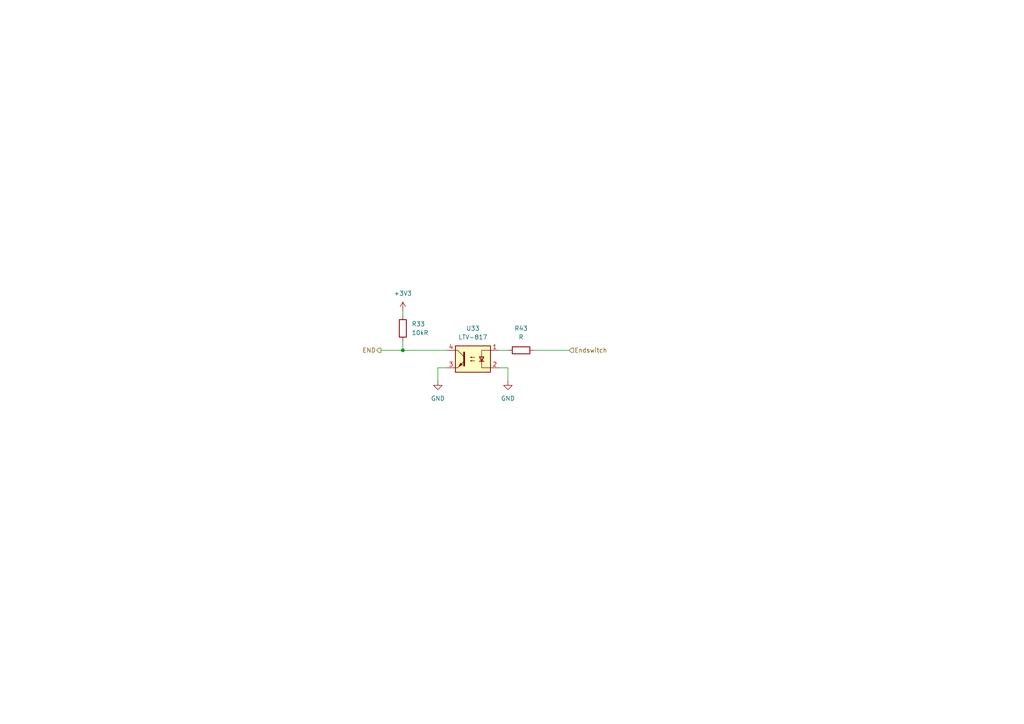
<source format=kicad_sch>
(kicad_sch (version 20250114) (generator "eeschema") (generator_version "9.0")
  (paper "A4")
  (lib_symbols
    (symbol "Device:R" (pin_numbers (hide yes)) (pin_names (offset 0))
      (property "Reference" "R" (at 2.032 0 90))
      (property "Value" "R" (at 0 0 90))
      (symbol "R_0_1"
        (rectangle (start -1.016 -2.54) (end 1.016 2.54) (stroke (width 0.254)))
      )
      (symbol "R_1_1"
        (pin passive line (at 0 3.81 270) (length 1.27) (name "~") (number "1"))
        (pin passive line (at 0 -3.81 90) (length 1.27) (name "~") (number "2"))
      )
    )
    (symbol "Isolator:LTV-817" (pin_names (offset 1.016))
      (property "Reference" "U" (at -5.08 5.08 0))
      (property "Value" "LTV-817" (at 0 5.08 0))
      (symbol "LTV-817_0_1"
        (rectangle (start -5.08 3.81) (end 5.08 -3.81) (stroke (width 0.254)) (fill (type background)))
        (polyline (pts (xy -5.08 2.54) (xy -2.54 2.54) (xy -2.54 -0.762)))
        (polyline (pts (xy -3.175 -0.635) (xy -1.905 -0.635)) (stroke (width 0.254)))
        (polyline (pts (xy -2.54 -0.635) (xy -2.54 -2.54) (xy -5.08 -2.54)))
        (polyline (pts (xy -2.54 -0.635) (xy -3.175 0.635) (xy -1.905 0.635) (xy -2.54 -0.635)) (stroke (width 0.254)))
        (polyline (pts (xy -0.508 0.508) (xy 0.762 0.508) (xy 0.381 0.381) (xy 0.381 0.635) (xy 0.762 0.508)))
        (polyline (pts (xy -0.508 -0.508) (xy 0.762 -0.508) (xy 0.381 -0.635) (xy 0.381 -0.381) (xy 0.762 -0.508)))
        (polyline (pts (xy 2.54 1.905) (xy 2.54 -1.905) (xy 2.54 -1.905)) (stroke (width 0.508)))
        (polyline (pts (xy 2.54 0.635) (xy 4.445 2.54)))
        (polyline (pts (xy 3.048 -1.651) (xy 3.556 -1.143) (xy 4.064 -2.159) (xy 3.048 -1.651) (xy 3.048 -1.651)) (fill (type outline)))
        (polyline (pts (xy 4.445 2.54) (xy 5.08 2.54)))
        (polyline (pts (xy 4.445 -2.54) (xy 2.54 -0.635)) (fill (type outline)))
        (polyline (pts (xy 4.445 -2.54) (xy 5.08 -2.54)))
      )
      (symbol "LTV-817_1_1"
        (pin passive line (at -7.62 2.54 0) (length 2.54) (name "~") (number "1"))
        (pin passive line (at -7.62 -2.54 0) (length 2.54) (name "~") (number "2"))
        (pin passive line (at 7.62 2.54 180) (length 2.54) (name "~") (number "4"))
        (pin passive line (at 7.62 -2.54 180) (length 2.54) (name "~") (number "3"))
      )
    )
    (symbol "power:+3V3" (power) (pin_numbers (hide yes)) (pin_names (offset 0) (hide yes))
      (property "Value" "+3V3" (at 0 3.556 0))
      (symbol "+3V3_0_1"
        (polyline (pts (xy -0.762 1.27) (xy 0 2.54)))
        (polyline (pts (xy 0 2.54) (xy 0.762 1.27)))
        (polyline (pts (xy 0 0) (xy 0 2.54)))
      )
      (symbol "+3V3_1_1"
        (pin power_in line (at 0 0 90) (length 0) (name "~") (number "1"))
      )
    )
    (symbol "power:GND" (power) (pin_numbers (hide yes)) (pin_names (offset 0) (hide yes))
      (property "Value" "GND" (at 0 -3.81 0))
      (symbol "GND_0_1"
        (polyline (pts (xy 0 0) (xy 0 -1.27) (xy 1.27 -1.27) (xy 0 -2.54) (xy -1.27 -1.27) (xy 0 -1.27)))
      )
      (symbol "GND_1_1"
        (pin power_in line (at 0 0 270) (length 0) (name "~") (number "1"))
      )
    )
  )
  (junction (at 116.84 101.6))
  (wire (pts (xy 144.78 101.6) (xy 147.32 101.6)))
  (wire (pts (xy 116.84 91.44) (xy 116.84 90.17)))
  (wire (pts (xy 147.32 106.68) (xy 144.78 106.68)))
  (wire (pts (xy 154.94 101.6) (xy 165.1 101.6)))
  (wire (pts (xy 147.32 110.49) (xy 147.32 106.68)))
  (wire (pts (xy 116.84 99.06) (xy 116.84 101.6)))
  (wire (pts (xy 127 106.68) (xy 129.54 106.68)))
  (wire (pts (xy 110.49 101.6) (xy 116.84 101.6)))
  (wire (pts (xy 116.84 101.6) (xy 129.54 101.6)))
  (wire (pts (xy 127 110.49) (xy 127 106.68)))
  (hierarchical_label "END" (shape output) (at 110.49 101.6 180))
  (hierarchical_label "Endswitch" (shape input) (at 165.1 101.6 0))
  (symbol (lib_id "Device:R") (at 151.13 101.6 270) (unit 1)
    (property "Reference" "R41" (at 151.13 95.25 90))
    (property "Value" "R" (at 151.13 97.79 90))
    (property "Footprint" "Resistor_SMD:R_1206_3216Metric_Pad1.30x1.75mm_HandSolder" (effects (hide yes)))
    (property "Description" "Resistor" (effects (hide yes)))
    (instances (project "RolloSteuerung" (path "" (reference "R43") (unit 1)) (path "" (reference "R42") (unit 1)) (path "" (reference "R41") (unit 1))))
  )
  (symbol (lib_id "power:+3V3") (at 116.84 90.17 0) (unit 1)
    (property "Reference" "#PWR063" (effects (hide yes)))
    (property "Value" "+3V3" (at 116.84 85.09 0))
    (property "Description" "Power symbol creates a global label with name \"+3V3\"" (effects (hide yes)))
    (instances (project "RolloSteuerung" (path "" (reference "#PWR077") (unit 1)) (path "" (reference "#PWR076") (unit 1)) (path "" (reference "#PWR063") (unit 1))))
  )
  (symbol (lib_id "Isolator:LTV-817") (at 137.16 104.14 0) (mirror y) (unit 1)
    (property "Reference" "U31" (at 137.16 95.25 0))
    (property "Value" "LTV-817" (at 137.16 97.79 0))
    (property "Footprint" "Package_DIP:DIP-4_W7.62mm" (effects (hide yes)))
    (property "Datasheet" "http://www.us.liteon.com/downloads/LTV-817-827-847.PDF" (effects (hide yes)))
    (property "Description" "DC Optocoupler, Vce 35V, CTR 50%, DIP-4" (effects (hide yes)))
    (instances (project "RolloSteuerung" (path "" (reference "U33") (unit 1)) (path "" (reference "U32") (unit 1)) (path "" (reference "U31") (unit 1))))
  )
  (symbol (lib_id "power:GND") (at 147.32 110.49 0) (unit 1)
    (property "Reference" "#PWR028" (effects (hide yes)))
    (property "Value" "GND" (at 147.32 115.57 0))
    (property "Description" "Power symbol creates a global label with name \"GND\" , ground" (effects (hide yes)))
    (instances (project "RolloSteuerung" (path "" (reference "#PWR036") (unit 1)) (path "" (reference "#PWR029") (unit 1)) (path "" (reference "#PWR028") (unit 1))))
  )
  (symbol (lib_id "power:GND") (at 127 110.49 0) (unit 1)
    (property "Reference" "#PWR025" (effects (hide yes)))
    (property "Value" "GND" (at 127 115.57 0))
    (property "Description" "Power symbol creates a global label with name \"GND\" , ground" (effects (hide yes)))
    (instances (project "RolloSteuerung" (path "" (reference "#PWR027") (unit 1)) (path "" (reference "#PWR026") (unit 1)) (path "" (reference "#PWR025") (unit 1))))
  )
  (symbol (lib_id "Device:R") (at 116.84 95.25 180) (unit 1)
    (property "Reference" "R31" (at 119.38 93.9799 0) (effects (justify right)))
    (property "Value" "10kR" (at 119.38 96.5199 0) (effects (justify right)))
    (property "Footprint" "Resistor_SMD:R_1206_3216Metric_Pad1.30x1.75mm_HandSolder" (effects (hide yes)))
    (property "Description" "Resistor" (effects (hide yes)))
    (instances (project "RolloSteuerung" (path "" (reference "R33") (unit 1)) (path "" (reference "R32") (unit 1)) (path "" (reference "R31") (unit 1))))
  )
)
</source>
